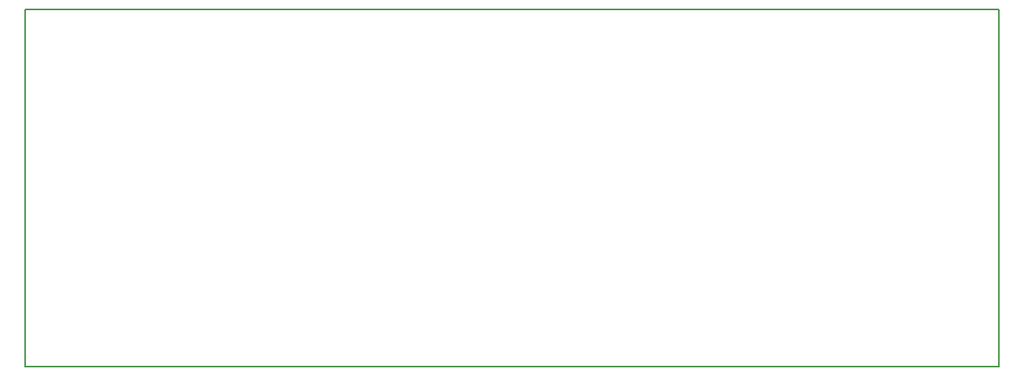
<source format=gbr>
G04 #@! TF.FileFunction,Profile,NP*
%FSLAX46Y46*%
G04 Gerber Fmt 4.6, Leading zero omitted, Abs format (unit mm)*
G04 Created by KiCad (PCBNEW 4.0.7) date 04/05/18 15:18:43*
%MOMM*%
%LPD*%
G01*
G04 APERTURE LIST*
%ADD10C,0.100000*%
%ADD11C,0.150000*%
G04 APERTURE END LIST*
D10*
D11*
X91200000Y-72500000D02*
X196200000Y-72500000D01*
X196200000Y-111000000D02*
X91200000Y-111000000D01*
X91200000Y-111000000D02*
X91200000Y-72500000D01*
X196200000Y-72500000D02*
X196200000Y-111000000D01*
M02*

</source>
